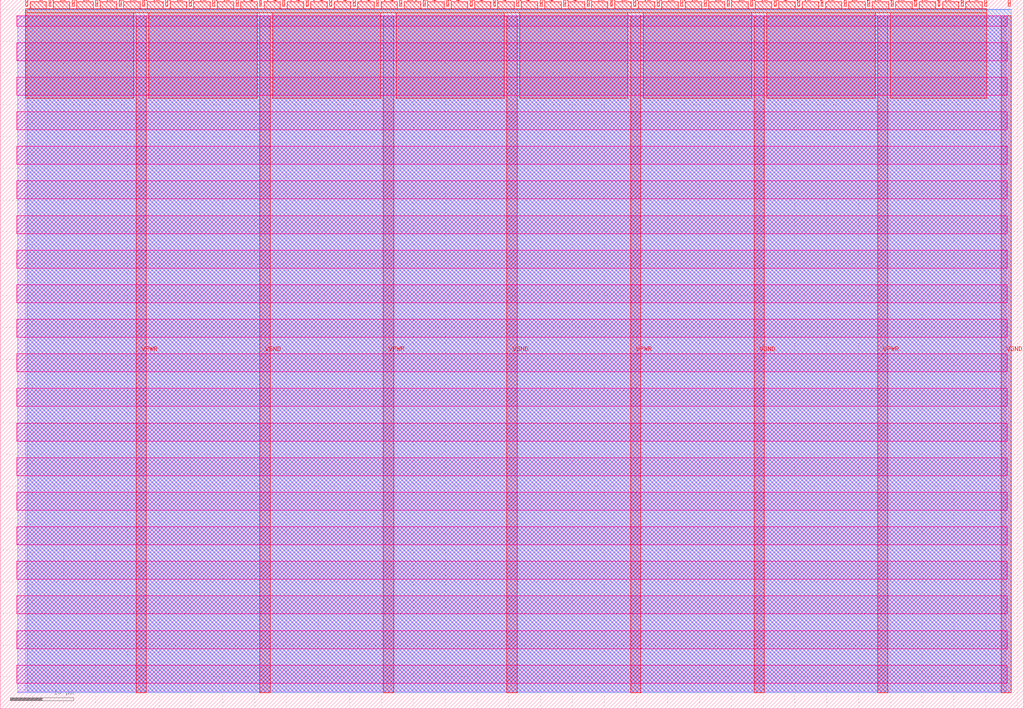
<source format=lef>
VERSION 5.7 ;
  NOWIREEXTENSIONATPIN ON ;
  DIVIDERCHAR "/" ;
  BUSBITCHARS "[]" ;
MACRO tt_um_silicon_tinytapeout_lm07
  CLASS BLOCK ;
  FOREIGN tt_um_silicon_tinytapeout_lm07 ;
  ORIGIN 0.000 0.000 ;
  SIZE 161.000 BY 111.520 ;
  PIN VGND
    DIRECTION INOUT ;
    USE GROUND ;
    PORT
      LAYER met4 ;
        RECT 40.830 2.480 42.430 109.040 ;
    END
    PORT
      LAYER met4 ;
        RECT 79.700 2.480 81.300 109.040 ;
    END
    PORT
      LAYER met4 ;
        RECT 118.570 2.480 120.170 109.040 ;
    END
    PORT
      LAYER met4 ;
        RECT 157.440 2.480 159.040 109.040 ;
    END
  END VGND
  PIN VPWR
    DIRECTION INOUT ;
    USE POWER ;
    PORT
      LAYER met4 ;
        RECT 21.395 2.480 22.995 109.040 ;
    END
    PORT
      LAYER met4 ;
        RECT 60.265 2.480 61.865 109.040 ;
    END
    PORT
      LAYER met4 ;
        RECT 99.135 2.480 100.735 109.040 ;
    END
    PORT
      LAYER met4 ;
        RECT 138.005 2.480 139.605 109.040 ;
    END
  END VPWR
  PIN clk
    DIRECTION INPUT ;
    USE SIGNAL ;
    ANTENNAGATEAREA 0.852000 ;
    PORT
      LAYER met4 ;
        RECT 154.870 110.520 155.170 111.520 ;
    END
  END clk
  PIN ena
    DIRECTION INPUT ;
    USE SIGNAL ;
    PORT
      LAYER met4 ;
        RECT 158.550 110.520 158.850 111.520 ;
    END
  END ena
  PIN rst_n
    DIRECTION INPUT ;
    USE SIGNAL ;
    ANTENNAGATEAREA 0.196500 ;
    PORT
      LAYER met4 ;
        RECT 151.190 110.520 151.490 111.520 ;
    END
  END rst_n
  PIN ui_in[0]
    DIRECTION INPUT ;
    USE SIGNAL ;
    ANTENNAGATEAREA 0.213000 ;
    PORT
      LAYER met4 ;
        RECT 147.510 110.520 147.810 111.520 ;
    END
  END ui_in[0]
  PIN ui_in[1]
    DIRECTION INPUT ;
    USE SIGNAL ;
    ANTENNAGATEAREA 0.196500 ;
    PORT
      LAYER met4 ;
        RECT 143.830 110.520 144.130 111.520 ;
    END
  END ui_in[1]
  PIN ui_in[2]
    DIRECTION INPUT ;
    USE SIGNAL ;
    ANTENNAGATEAREA 0.196500 ;
    PORT
      LAYER met4 ;
        RECT 140.150 110.520 140.450 111.520 ;
    END
  END ui_in[2]
  PIN ui_in[3]
    DIRECTION INPUT ;
    USE SIGNAL ;
    PORT
      LAYER met4 ;
        RECT 136.470 110.520 136.770 111.520 ;
    END
  END ui_in[3]
  PIN ui_in[4]
    DIRECTION INPUT ;
    USE SIGNAL ;
    PORT
      LAYER met4 ;
        RECT 132.790 110.520 133.090 111.520 ;
    END
  END ui_in[4]
  PIN ui_in[5]
    DIRECTION INPUT ;
    USE SIGNAL ;
    PORT
      LAYER met4 ;
        RECT 129.110 110.520 129.410 111.520 ;
    END
  END ui_in[5]
  PIN ui_in[6]
    DIRECTION INPUT ;
    USE SIGNAL ;
    PORT
      LAYER met4 ;
        RECT 125.430 110.520 125.730 111.520 ;
    END
  END ui_in[6]
  PIN ui_in[7]
    DIRECTION INPUT ;
    USE SIGNAL ;
    PORT
      LAYER met4 ;
        RECT 121.750 110.520 122.050 111.520 ;
    END
  END ui_in[7]
  PIN uio_in[0]
    DIRECTION INPUT ;
    USE SIGNAL ;
    PORT
      LAYER met4 ;
        RECT 118.070 110.520 118.370 111.520 ;
    END
  END uio_in[0]
  PIN uio_in[1]
    DIRECTION INPUT ;
    USE SIGNAL ;
    PORT
      LAYER met4 ;
        RECT 114.390 110.520 114.690 111.520 ;
    END
  END uio_in[1]
  PIN uio_in[2]
    DIRECTION INPUT ;
    USE SIGNAL ;
    ANTENNAGATEAREA 0.196500 ;
    PORT
      LAYER met4 ;
        RECT 110.710 110.520 111.010 111.520 ;
    END
  END uio_in[2]
  PIN uio_in[3]
    DIRECTION INPUT ;
    USE SIGNAL ;
    PORT
      LAYER met4 ;
        RECT 107.030 110.520 107.330 111.520 ;
    END
  END uio_in[3]
  PIN uio_in[4]
    DIRECTION INPUT ;
    USE SIGNAL ;
    PORT
      LAYER met4 ;
        RECT 103.350 110.520 103.650 111.520 ;
    END
  END uio_in[4]
  PIN uio_in[5]
    DIRECTION INPUT ;
    USE SIGNAL ;
    PORT
      LAYER met4 ;
        RECT 99.670 110.520 99.970 111.520 ;
    END
  END uio_in[5]
  PIN uio_in[6]
    DIRECTION INPUT ;
    USE SIGNAL ;
    PORT
      LAYER met4 ;
        RECT 95.990 110.520 96.290 111.520 ;
    END
  END uio_in[6]
  PIN uio_in[7]
    DIRECTION INPUT ;
    USE SIGNAL ;
    PORT
      LAYER met4 ;
        RECT 92.310 110.520 92.610 111.520 ;
    END
  END uio_in[7]
  PIN uio_oe[0]
    DIRECTION OUTPUT TRISTATE ;
    USE SIGNAL ;
    PORT
      LAYER met4 ;
        RECT 29.750 110.520 30.050 111.520 ;
    END
  END uio_oe[0]
  PIN uio_oe[1]
    DIRECTION OUTPUT TRISTATE ;
    USE SIGNAL ;
    PORT
      LAYER met4 ;
        RECT 26.070 110.520 26.370 111.520 ;
    END
  END uio_oe[1]
  PIN uio_oe[2]
    DIRECTION OUTPUT TRISTATE ;
    USE SIGNAL ;
    PORT
      LAYER met4 ;
        RECT 22.390 110.520 22.690 111.520 ;
    END
  END uio_oe[2]
  PIN uio_oe[3]
    DIRECTION OUTPUT TRISTATE ;
    USE SIGNAL ;
    PORT
      LAYER met4 ;
        RECT 18.710 110.520 19.010 111.520 ;
    END
  END uio_oe[3]
  PIN uio_oe[4]
    DIRECTION OUTPUT TRISTATE ;
    USE SIGNAL ;
    PORT
      LAYER met4 ;
        RECT 15.030 110.520 15.330 111.520 ;
    END
  END uio_oe[4]
  PIN uio_oe[5]
    DIRECTION OUTPUT TRISTATE ;
    USE SIGNAL ;
    PORT
      LAYER met4 ;
        RECT 11.350 110.520 11.650 111.520 ;
    END
  END uio_oe[5]
  PIN uio_oe[6]
    DIRECTION OUTPUT TRISTATE ;
    USE SIGNAL ;
    PORT
      LAYER met4 ;
        RECT 7.670 110.520 7.970 111.520 ;
    END
  END uio_oe[6]
  PIN uio_oe[7]
    DIRECTION OUTPUT TRISTATE ;
    USE SIGNAL ;
    PORT
      LAYER met4 ;
        RECT 3.990 110.520 4.290 111.520 ;
    END
  END uio_oe[7]
  PIN uio_out[0]
    DIRECTION OUTPUT TRISTATE ;
    USE SIGNAL ;
    ANTENNADIFFAREA 0.795200 ;
    PORT
      LAYER met4 ;
        RECT 59.190 110.520 59.490 111.520 ;
    END
  END uio_out[0]
  PIN uio_out[1]
    DIRECTION OUTPUT TRISTATE ;
    USE SIGNAL ;
    ANTENNADIFFAREA 0.445500 ;
    PORT
      LAYER met4 ;
        RECT 55.510 110.520 55.810 111.520 ;
    END
  END uio_out[1]
  PIN uio_out[2]
    DIRECTION OUTPUT TRISTATE ;
    USE SIGNAL ;
    PORT
      LAYER met4 ;
        RECT 51.830 110.520 52.130 111.520 ;
    END
  END uio_out[2]
  PIN uio_out[3]
    DIRECTION OUTPUT TRISTATE ;
    USE SIGNAL ;
    ANTENNADIFFAREA 0.445500 ;
    PORT
      LAYER met4 ;
        RECT 48.150 110.520 48.450 111.520 ;
    END
  END uio_out[3]
  PIN uio_out[4]
    DIRECTION OUTPUT TRISTATE ;
    USE SIGNAL ;
    ANTENNAGATEAREA 0.742500 ;
    ANTENNADIFFAREA 0.891000 ;
    PORT
      LAYER met4 ;
        RECT 44.470 110.520 44.770 111.520 ;
    END
  END uio_out[4]
  PIN uio_out[5]
    DIRECTION OUTPUT TRISTATE ;
    USE SIGNAL ;
    ANTENNADIFFAREA 0.795200 ;
    PORT
      LAYER met4 ;
        RECT 40.790 110.520 41.090 111.520 ;
    END
  END uio_out[5]
  PIN uio_out[6]
    DIRECTION OUTPUT TRISTATE ;
    USE SIGNAL ;
    PORT
      LAYER met4 ;
        RECT 37.110 110.520 37.410 111.520 ;
    END
  END uio_out[6]
  PIN uio_out[7]
    DIRECTION OUTPUT TRISTATE ;
    USE SIGNAL ;
    PORT
      LAYER met4 ;
        RECT 33.430 110.520 33.730 111.520 ;
    END
  END uio_out[7]
  PIN uo_out[0]
    DIRECTION OUTPUT TRISTATE ;
    USE SIGNAL ;
    ANTENNADIFFAREA 0.795200 ;
    PORT
      LAYER met4 ;
        RECT 88.630 110.520 88.930 111.520 ;
    END
  END uo_out[0]
  PIN uo_out[1]
    DIRECTION OUTPUT TRISTATE ;
    USE SIGNAL ;
    ANTENNADIFFAREA 1.242000 ;
    PORT
      LAYER met4 ;
        RECT 84.950 110.520 85.250 111.520 ;
    END
  END uo_out[1]
  PIN uo_out[2]
    DIRECTION OUTPUT TRISTATE ;
    USE SIGNAL ;
    ANTENNADIFFAREA 0.891000 ;
    PORT
      LAYER met4 ;
        RECT 81.270 110.520 81.570 111.520 ;
    END
  END uo_out[2]
  PIN uo_out[3]
    DIRECTION OUTPUT TRISTATE ;
    USE SIGNAL ;
    ANTENNADIFFAREA 0.453750 ;
    PORT
      LAYER met4 ;
        RECT 77.590 110.520 77.890 111.520 ;
    END
  END uo_out[3]
  PIN uo_out[4]
    DIRECTION OUTPUT TRISTATE ;
    USE SIGNAL ;
    ANTENNADIFFAREA 1.484000 ;
    PORT
      LAYER met4 ;
        RECT 73.910 110.520 74.210 111.520 ;
    END
  END uo_out[4]
  PIN uo_out[5]
    DIRECTION OUTPUT TRISTATE ;
    USE SIGNAL ;
    ANTENNADIFFAREA 0.445500 ;
    PORT
      LAYER met4 ;
        RECT 70.230 110.520 70.530 111.520 ;
    END
  END uo_out[5]
  PIN uo_out[6]
    DIRECTION OUTPUT TRISTATE ;
    USE SIGNAL ;
    ANTENNADIFFAREA 1.431000 ;
    PORT
      LAYER met4 ;
        RECT 66.550 110.520 66.850 111.520 ;
    END
  END uo_out[6]
  PIN uo_out[7]
    DIRECTION OUTPUT TRISTATE ;
    USE SIGNAL ;
    PORT
      LAYER met4 ;
        RECT 62.870 110.520 63.170 111.520 ;
    END
  END uo_out[7]
  OBS
      LAYER nwell ;
        RECT 2.570 107.385 158.430 108.990 ;
        RECT 2.570 101.945 158.430 104.775 ;
        RECT 2.570 96.505 158.430 99.335 ;
        RECT 2.570 91.065 158.430 93.895 ;
        RECT 2.570 85.625 158.430 88.455 ;
        RECT 2.570 80.185 158.430 83.015 ;
        RECT 2.570 74.745 158.430 77.575 ;
        RECT 2.570 69.305 158.430 72.135 ;
        RECT 2.570 63.865 158.430 66.695 ;
        RECT 2.570 58.425 158.430 61.255 ;
        RECT 2.570 52.985 158.430 55.815 ;
        RECT 2.570 47.545 158.430 50.375 ;
        RECT 2.570 42.105 158.430 44.935 ;
        RECT 2.570 36.665 158.430 39.495 ;
        RECT 2.570 31.225 158.430 34.055 ;
        RECT 2.570 25.785 158.430 28.615 ;
        RECT 2.570 20.345 158.430 23.175 ;
        RECT 2.570 14.905 158.430 17.735 ;
        RECT 2.570 9.465 158.430 12.295 ;
        RECT 2.570 4.025 158.430 6.855 ;
      LAYER li1 ;
        RECT 2.760 2.635 158.240 108.885 ;
      LAYER met1 ;
        RECT 2.760 2.480 159.040 109.040 ;
      LAYER met2 ;
        RECT 4.230 2.535 159.010 110.005 ;
      LAYER met3 ;
        RECT 3.950 2.555 159.030 109.985 ;
      LAYER met4 ;
        RECT 4.690 110.120 7.270 111.170 ;
        RECT 8.370 110.120 10.950 111.170 ;
        RECT 12.050 110.120 14.630 111.170 ;
        RECT 15.730 110.120 18.310 111.170 ;
        RECT 19.410 110.120 21.990 111.170 ;
        RECT 23.090 110.120 25.670 111.170 ;
        RECT 26.770 110.120 29.350 111.170 ;
        RECT 30.450 110.120 33.030 111.170 ;
        RECT 34.130 110.120 36.710 111.170 ;
        RECT 37.810 110.120 40.390 111.170 ;
        RECT 41.490 110.120 44.070 111.170 ;
        RECT 45.170 110.120 47.750 111.170 ;
        RECT 48.850 110.120 51.430 111.170 ;
        RECT 52.530 110.120 55.110 111.170 ;
        RECT 56.210 110.120 58.790 111.170 ;
        RECT 59.890 110.120 62.470 111.170 ;
        RECT 63.570 110.120 66.150 111.170 ;
        RECT 67.250 110.120 69.830 111.170 ;
        RECT 70.930 110.120 73.510 111.170 ;
        RECT 74.610 110.120 77.190 111.170 ;
        RECT 78.290 110.120 80.870 111.170 ;
        RECT 81.970 110.120 84.550 111.170 ;
        RECT 85.650 110.120 88.230 111.170 ;
        RECT 89.330 110.120 91.910 111.170 ;
        RECT 93.010 110.120 95.590 111.170 ;
        RECT 96.690 110.120 99.270 111.170 ;
        RECT 100.370 110.120 102.950 111.170 ;
        RECT 104.050 110.120 106.630 111.170 ;
        RECT 107.730 110.120 110.310 111.170 ;
        RECT 111.410 110.120 113.990 111.170 ;
        RECT 115.090 110.120 117.670 111.170 ;
        RECT 118.770 110.120 121.350 111.170 ;
        RECT 122.450 110.120 125.030 111.170 ;
        RECT 126.130 110.120 128.710 111.170 ;
        RECT 129.810 110.120 132.390 111.170 ;
        RECT 133.490 110.120 136.070 111.170 ;
        RECT 137.170 110.120 139.750 111.170 ;
        RECT 140.850 110.120 143.430 111.170 ;
        RECT 144.530 110.120 147.110 111.170 ;
        RECT 148.210 110.120 150.790 111.170 ;
        RECT 151.890 110.120 154.470 111.170 ;
        RECT 3.975 109.440 155.185 110.120 ;
        RECT 3.975 96.055 20.995 109.440 ;
        RECT 23.395 96.055 40.430 109.440 ;
        RECT 42.830 96.055 59.865 109.440 ;
        RECT 62.265 96.055 79.300 109.440 ;
        RECT 81.700 96.055 98.735 109.440 ;
        RECT 101.135 96.055 118.170 109.440 ;
        RECT 120.570 96.055 137.605 109.440 ;
        RECT 140.005 96.055 155.185 109.440 ;
  END
END tt_um_silicon_tinytapeout_lm07
END LIBRARY


</source>
